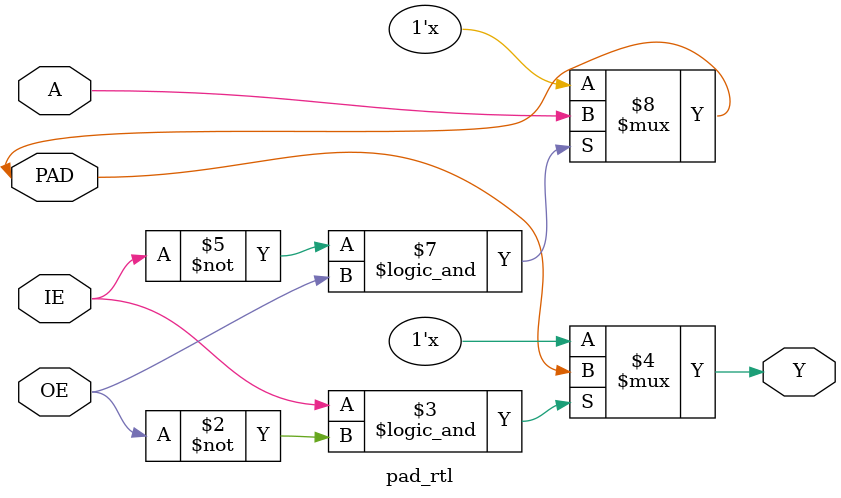
<source format=v>
module pad_rtl(A,IE,OE,PAD,Y);
inout PAD;
input A,IE,OE;
output Y;

// bufif1 g1(Y,PAD,IE);
// bufif1 g2(PAD,A,OE);
  
  assign Y=(IE==1 && OE==0)?PAD:1'bz;
  assign PAD=(IE==0 && OE==1)?A:1'bz;

endmodule

</source>
